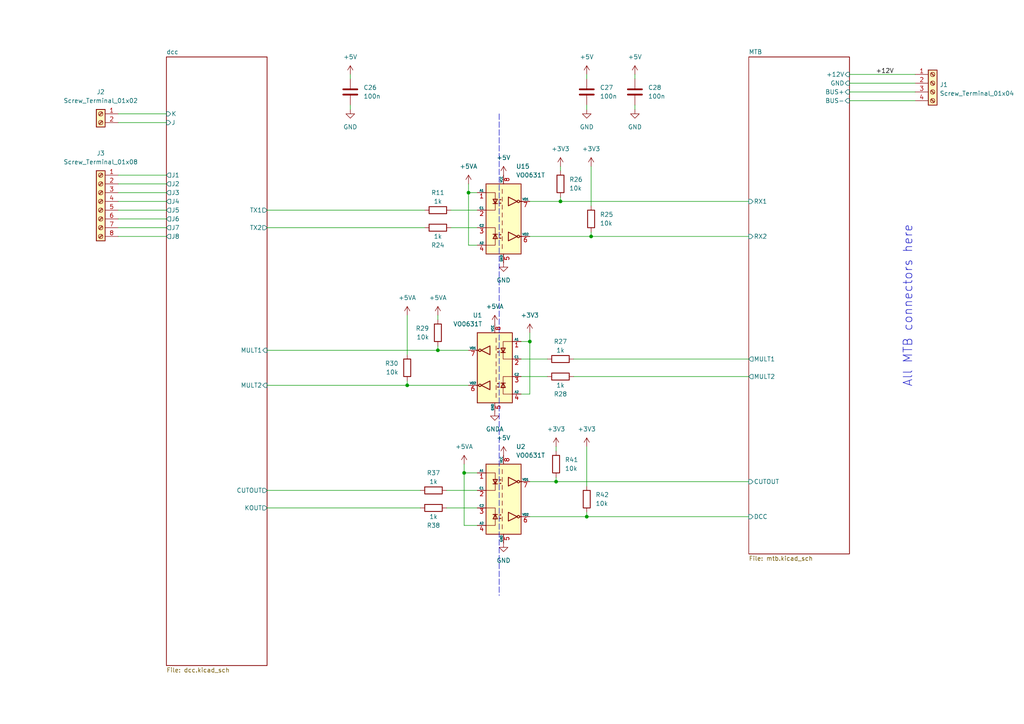
<source format=kicad_sch>
(kicad_sch (version 20230121) (generator eeschema)
  (paper "A4")
  (lib_symbols
    (symbol "Connector:Screw_Terminal_01x02" (pin_names (offset 1.016) hide)
      (property "Reference" "J" (at 0 2.54 0))
      (property "Value" "Screw_Terminal_01x02" (at 0 -5.08 0))
      (symbol "Screw_Terminal_01x02_1_1"
        (rectangle (start -1.27 1.27) (end 1.27 -3.81) (stroke (width 0.254)) (fill (type background)))
        (circle (center 0 -2.54) (radius 0.635) (stroke (width 0.1524)))
        (polyline (pts (xy -0.5334 -2.2098) (xy 0.3302 -3.048)) (stroke (width 0.1524)))
        (polyline (pts (xy -0.5334 0.3302) (xy 0.3302 -0.508)) (stroke (width 0.1524)))
        (polyline (pts (xy -0.3556 -2.032) (xy 0.508 -2.8702)) (stroke (width 0.1524)))
        (polyline (pts (xy -0.3556 0.508) (xy 0.508 -0.3302)) (stroke (width 0.1524)))
        (circle (center 0 0) (radius 0.635) (stroke (width 0.1524)))
        (pin passive line (at -5.08 0 0) (length 3.81) (name "Pin_1") (number "1"))
        (pin passive line (at -5.08 -2.54 0) (length 3.81) (name "Pin_2") (number "2"))
      )
    )
    (symbol "Connector:Screw_Terminal_01x04" (pin_names (offset 1.016) hide)
      (property "Reference" "J" (at 0 5.08 0))
      (property "Value" "Screw_Terminal_01x04" (at 0 -7.62 0))
      (symbol "Screw_Terminal_01x04_1_1"
        (rectangle (start -1.27 3.81) (end 1.27 -6.35) (stroke (width 0.254)) (fill (type background)))
        (circle (center 0 -5.08) (radius 0.635) (stroke (width 0.1524)))
        (circle (center 0 -2.54) (radius 0.635) (stroke (width 0.1524)))
        (polyline (pts (xy -0.5334 -4.7498) (xy 0.3302 -5.588)) (stroke (width 0.1524)))
        (polyline (pts (xy -0.5334 -2.2098) (xy 0.3302 -3.048)) (stroke (width 0.1524)))
        (polyline (pts (xy -0.5334 0.3302) (xy 0.3302 -0.508)) (stroke (width 0.1524)))
        (polyline (pts (xy -0.5334 2.8702) (xy 0.3302 2.032)) (stroke (width 0.1524)))
        (polyline (pts (xy -0.3556 -4.572) (xy 0.508 -5.4102)) (stroke (width 0.1524)))
        (polyline (pts (xy -0.3556 -2.032) (xy 0.508 -2.8702)) (stroke (width 0.1524)))
        (polyline (pts (xy -0.3556 0.508) (xy 0.508 -0.3302)) (stroke (width 0.1524)))
        (polyline (pts (xy -0.3556 3.048) (xy 0.508 2.2098)) (stroke (width 0.1524)))
        (circle (center 0 0) (radius 0.635) (stroke (width 0.1524)))
        (circle (center 0 2.54) (radius 0.635) (stroke (width 0.1524)))
        (pin passive line (at -5.08 2.54 0) (length 3.81) (name "Pin_1") (number "1"))
        (pin passive line (at -5.08 0 0) (length 3.81) (name "Pin_2") (number "2"))
        (pin passive line (at -5.08 -2.54 0) (length 3.81) (name "Pin_3") (number "3"))
        (pin passive line (at -5.08 -5.08 0) (length 3.81) (name "Pin_4") (number "4"))
      )
    )
    (symbol "Connector:Screw_Terminal_01x08" (pin_names (offset 1.016) hide)
      (property "Reference" "J" (at 0 10.16 0))
      (property "Value" "Screw_Terminal_01x08" (at 0 -12.7 0))
      (symbol "Screw_Terminal_01x08_1_1"
        (rectangle (start -1.27 8.89) (end 1.27 -11.43) (stroke (width 0.254)) (fill (type background)))
        (circle (center 0 -10.16) (radius 0.635) (stroke (width 0.1524)))
        (circle (center 0 -7.62) (radius 0.635) (stroke (width 0.1524)))
        (circle (center 0 -5.08) (radius 0.635) (stroke (width 0.1524)))
        (circle (center 0 -2.54) (radius 0.635) (stroke (width 0.1524)))
        (polyline (pts (xy -0.5334 -9.8298) (xy 0.3302 -10.668)) (stroke (width 0.1524)))
        (polyline (pts (xy -0.5334 -7.2898) (xy 0.3302 -8.128)) (stroke (width 0.1524)))
        (polyline (pts (xy -0.5334 -4.7498) (xy 0.3302 -5.588)) (stroke (width 0.1524)))
        (polyline (pts (xy -0.5334 -2.2098) (xy 0.3302 -3.048)) (stroke (width 0.1524)))
        (polyline (pts (xy -0.5334 0.3302) (xy 0.3302 -0.508)) (stroke (width 0.1524)))
        (polyline (pts (xy -0.5334 2.8702) (xy 0.3302 2.032)) (stroke (width 0.1524)))
        (polyline (pts (xy -0.5334 5.4102) (xy 0.3302 4.572)) (stroke (width 0.1524)))
        (polyline (pts (xy -0.5334 7.9502) (xy 0.3302 7.112)) (stroke (width 0.1524)))
        (polyline (pts (xy -0.3556 -9.652) (xy 0.508 -10.4902)) (stroke (width 0.1524)))
        (polyline (pts (xy -0.3556 -7.112) (xy 0.508 -7.9502)) (stroke (width 0.1524)))
        (polyline (pts (xy -0.3556 -4.572) (xy 0.508 -5.4102)) (stroke (width 0.1524)))
        (polyline (pts (xy -0.3556 -2.032) (xy 0.508 -2.8702)) (stroke (width 0.1524)))
        (polyline (pts (xy -0.3556 0.508) (xy 0.508 -0.3302)) (stroke (width 0.1524)))
        (polyline (pts (xy -0.3556 3.048) (xy 0.508 2.2098)) (stroke (width 0.1524)))
        (polyline (pts (xy -0.3556 5.588) (xy 0.508 4.7498)) (stroke (width 0.1524)))
        (polyline (pts (xy -0.3556 8.128) (xy 0.508 7.2898)) (stroke (width 0.1524)))
        (circle (center 0 0) (radius 0.635) (stroke (width 0.1524)))
        (circle (center 0 2.54) (radius 0.635) (stroke (width 0.1524)))
        (circle (center 0 5.08) (radius 0.635) (stroke (width 0.1524)))
        (circle (center 0 7.62) (radius 0.635) (stroke (width 0.1524)))
        (pin passive line (at -5.08 7.62 0) (length 3.81) (name "Pin_1") (number "1"))
        (pin passive line (at -5.08 5.08 0) (length 3.81) (name "Pin_2") (number "2"))
        (pin passive line (at -5.08 2.54 0) (length 3.81) (name "Pin_3") (number "3"))
        (pin passive line (at -5.08 0 0) (length 3.81) (name "Pin_4") (number "4"))
        (pin passive line (at -5.08 -2.54 0) (length 3.81) (name "Pin_5") (number "5"))
        (pin passive line (at -5.08 -5.08 0) (length 3.81) (name "Pin_6") (number "6"))
        (pin passive line (at -5.08 -7.62 0) (length 3.81) (name "Pin_7") (number "7"))
        (pin passive line (at -5.08 -10.16 0) (length 3.81) (name "Pin_8") (number "8"))
      )
    )
    (symbol "Device:C" (pin_numbers hide) (pin_names (offset 0.254))
      (property "Reference" "C" (at 0.635 2.54 0))
      (property "Value" "C" (at 0.635 -2.54 0))
      (symbol "C_0_1"
        (polyline (pts (xy -2.032 -0.762) (xy 2.032 -0.762)) (stroke (width 0.508)))
        (polyline (pts (xy -2.032 0.762) (xy 2.032 0.762)) (stroke (width 0.508)))
      )
      (symbol "C_1_1"
        (pin passive line (at 0 3.81 270) (length 2.794) (name "~") (number "1"))
        (pin passive line (at 0 -3.81 90) (length 2.794) (name "~") (number "2"))
      )
    )
    (symbol "Device:R" (pin_numbers hide) (pin_names (offset 0))
      (property "Reference" "R" (at 2.032 0 90))
      (property "Value" "R" (at 0 0 90))
      (symbol "R_0_1"
        (rectangle (start -1.016 -2.54) (end 1.016 2.54) (stroke (width 0.254)))
      )
      (symbol "R_1_1"
        (pin passive line (at 0 3.81 270) (length 1.27) (name "~") (number "1"))
        (pin passive line (at 0 -3.81 90) (length 1.27) (name "~") (number "2"))
      )
    )
    (symbol "Isolator:VO0631T" (pin_names (offset 0))
      (property "Reference" "U" (at -4.064 11.43 0))
      (property "Value" "VO0631T" (at 7.874 11.43 0))
      (symbol "VO0631T_0_1"
        (rectangle (start -5.08 10.16) (end 5.08 -10.16) (stroke (width 0.254)) (fill (type background)))
      )
      (symbol "VO0631T_1_1"
        (polyline (pts (xy -3.048 -4.445) (xy -1.778 -4.445)) (stroke (width 0.254)))
        (polyline (pts (xy -3.048 4.445) (xy -1.778 4.445)) (stroke (width 0.254)))
        (polyline (pts (xy -0.381 -7.366) (xy -0.381 -8.636)))
        (polyline (pts (xy -0.381 -5.08) (xy -0.381 -6.35)))
        (polyline (pts (xy -0.381 -2.794) (xy -0.381 -4.064)))
        (polyline (pts (xy -0.381 -0.508) (xy -0.381 -1.778)))
        (polyline (pts (xy -0.381 1.778) (xy -0.381 0.508)))
        (polyline (pts (xy -0.381 4.064) (xy -0.381 2.794)))
        (polyline (pts (xy -0.381 6.35) (xy -0.381 5.08)))
        (polyline (pts (xy -0.381 8.636) (xy -0.381 7.366)))
        (polyline (pts (xy 4.699 -5.08) (xy 5.207 -5.08)) (stroke (width 0.254)))
        (polyline (pts (xy 4.699 5.08) (xy 5.334 5.08)) (stroke (width 0.254)))
        (polyline (pts (xy -4.953 -7.62) (xy -2.413 -7.62) (xy -2.413 -5.715)))
        (polyline (pts (xy -4.953 7.62) (xy -2.413 7.62) (xy -2.413 4.318)))
        (polyline (pts (xy -2.413 -5.842) (xy -2.413 -2.54) (xy -4.953 -2.54)))
        (polyline (pts (xy -2.413 4.445) (xy -2.413 2.54) (xy -4.953 2.54)))
        (polyline (pts (xy -2.413 -4.445) (xy -3.048 -5.715) (xy -1.778 -5.715) (xy -2.413 -4.445)) (stroke (width 0.254)))
        (polyline (pts (xy -2.413 4.445) (xy -3.048 5.715) (xy -1.778 5.715) (xy -2.413 4.445)) (stroke (width 0.254)))
        (polyline (pts (xy 3.937 -5.08) (xy 1.397 -3.81) (xy 1.397 -6.35) (xy 3.937 -5.08)) (stroke (width 0.254)))
        (polyline (pts (xy 3.937 5.08) (xy 1.397 6.35) (xy 1.397 3.81) (xy 3.937 5.08)) (stroke (width 0.254)))
        (polyline (pts (xy -1.397 -5.588) (xy -0.635 -5.588) (xy -1.016 -5.715) (xy -1.016 -5.461) (xy -0.635 -5.588)) (stroke (width 0.127)))
        (polyline (pts (xy -1.397 -4.572) (xy -0.635 -4.572) (xy -1.016 -4.699) (xy -1.016 -4.445) (xy -0.635 -4.572)) (stroke (width 0.127)))
        (polyline (pts (xy -1.397 4.572) (xy -0.635 4.572) (xy -1.016 4.445) (xy -1.016 4.699) (xy -0.635 4.572)) (stroke (width 0.127)))
        (polyline (pts (xy -1.397 5.588) (xy -0.635 5.588) (xy -1.016 5.461) (xy -1.016 5.715) (xy -0.635 5.588)) (stroke (width 0.127)))
        (circle (center 4.318 -5.08) (radius 0.3556) (stroke (width 0.254)))
        (circle (center 4.318 5.08) (radius 0.3556) (stroke (width 0.254)))
        (pin passive line (at -7.62 7.62 0) (length 2.54) (name "A1") (number "1"))
        (pin passive line (at -7.62 2.54 0) (length 2.54) (name "C1") (number "2"))
        (pin passive line (at -7.62 -2.54 0) (length 2.54) (name "C2") (number "3"))
        (pin passive line (at -7.62 -7.62 0) (length 2.54) (name "A2") (number "4"))
        (pin power_in line (at 0 -12.7 90) (length 2.54) (name "GND") (number "5"))
        (pin open_collector line (at 7.62 -5.08 180) (length 2.54) (name "VO2") (number "6"))
        (pin open_collector line (at 7.62 5.08 180) (length 2.54) (name "VO1") (number "7"))
        (pin power_in line (at 0 12.7 270) (length 2.54) (name "VCC") (number "8"))
      )
    )
    (symbol "power:+3V3" (power) (pin_names (offset 0))
      (property "Value" "+3V3" (at 0 3.556 0))
      (symbol "+3V3_0_1"
        (polyline (pts (xy -0.762 1.27) (xy 0 2.54)))
        (polyline (pts (xy 0 0) (xy 0 2.54)))
        (polyline (pts (xy 0 2.54) (xy 0.762 1.27)))
      )
      (symbol "+3V3_1_1"
        (pin power_in line (at 0 0 90) (length 0) hide (name "+3V3") (number "1"))
      )
    )
    (symbol "power:+5V" (power) (pin_names (offset 0))
      (property "Value" "+5V" (at 0 3.556 0))
      (symbol "+5V_0_1"
        (polyline (pts (xy -0.762 1.27) (xy 0 2.54)))
        (polyline (pts (xy 0 0) (xy 0 2.54)))
        (polyline (pts (xy 0 2.54) (xy 0.762 1.27)))
      )
      (symbol "+5V_1_1"
        (pin power_in line (at 0 0 90) (length 0) hide (name "+5V") (number "1"))
      )
    )
    (symbol "power:+5VA" (power) (pin_names (offset 0))
      (property "Value" "+5VA" (at 0 3.556 0))
      (symbol "+5VA_0_1"
        (polyline (pts (xy -0.762 1.27) (xy 0 2.54)))
        (polyline (pts (xy 0 0) (xy 0 2.54)))
        (polyline (pts (xy 0 2.54) (xy 0.762 1.27)))
      )
      (symbol "+5VA_1_1"
        (pin power_in line (at 0 0 90) (length 0) hide (name "+5VA") (number "1"))
      )
    )
    (symbol "power:GND" (power) (pin_names (offset 0))
      (property "Value" "GND" (at 0 -3.81 0))
      (symbol "GND_0_1"
        (polyline (pts (xy 0 0) (xy 0 -1.27) (xy 1.27 -1.27) (xy 0 -2.54) (xy -1.27 -1.27) (xy 0 -1.27)))
      )
      (symbol "GND_1_1"
        (pin power_in line (at 0 0 270) (length 0) hide (name "GND") (number "1"))
      )
    )
    (symbol "power:GNDA" (power) (pin_names (offset 0))
      (property "Value" "GNDA" (at 0 -3.81 0))
      (symbol "GNDA_0_1"
        (polyline (pts (xy 0 0) (xy 0 -1.27) (xy 1.27 -1.27) (xy 0 -2.54) (xy -1.27 -1.27) (xy 0 -1.27)))
      )
      (symbol "GNDA_1_1"
        (pin power_in line (at 0 0 270) (length 0) hide (name "GNDA") (number "1"))
      )
    )
  )
  (junction (at 118.11 111.76))
  (junction (at 170.18 149.86))
  (junction (at 161.29 139.7))
  (junction (at 127 101.6))
  (junction (at 171.45 68.58))
  (junction (at 153.67 99.06))
  (junction (at 134.62 137.16))
  (junction (at 162.56 58.42))
  (junction (at 135.89 55.88))
  (wire (pts (xy 246.38 24.13) (xy 265.43 24.13)))
  (wire (pts (xy 77.47 101.6) (xy 127 101.6)))
  (wire (pts (xy 101.6 31.75) (xy 101.6 30.48)))
  (wire (pts (xy 134.62 137.16) (xy 134.62 134.62)))
  (wire (pts (xy 130.81 66.04) (xy 138.43 66.04)))
  (wire (pts (xy 161.29 139.7) (xy 217.17 139.7)))
  (wire (pts (xy 161.29 129.54) (xy 161.29 130.81)))
  (wire (pts (xy 246.38 26.67) (xy 265.43 26.67)))
  (wire (pts (xy 171.45 68.58) (xy 217.17 68.58)))
  (wire (pts (xy 158.75 109.22) (xy 151.13 109.22)))
  (wire (pts (xy 135.89 55.88) (xy 135.89 53.34)))
  (wire (pts (xy 170.18 148.59) (xy 170.18 149.86)))
  (wire (pts (xy 77.47 142.24) (xy 121.92 142.24)))
  (wire (pts (xy 184.15 21.59) (xy 184.15 22.86)))
  (wire (pts (xy 34.29 55.88) (xy 48.26 55.88)))
  (wire (pts (xy 171.45 67.31) (xy 171.45 68.58)))
  (wire (pts (xy 129.54 147.32) (xy 138.43 147.32)))
  (polyline (pts (xy 144.78 33.02) (xy 144.78 172.72)) (stroke (width 0) (type dash)))
  (wire (pts (xy 118.11 110.49) (xy 118.11 111.76)))
  (wire (pts (xy 129.54 142.24) (xy 138.43 142.24)))
  (wire (pts (xy 34.29 50.8) (xy 48.26 50.8)))
  (wire (pts (xy 151.13 99.06) (xy 153.67 99.06)))
  (wire (pts (xy 171.45 48.26) (xy 171.45 59.69)))
  (wire (pts (xy 170.18 129.54) (xy 170.18 140.97)))
  (wire (pts (xy 138.43 55.88) (xy 135.89 55.88)))
  (wire (pts (xy 127 100.33) (xy 127 101.6)))
  (wire (pts (xy 77.47 66.04) (xy 123.19 66.04)))
  (wire (pts (xy 77.47 147.32) (xy 121.92 147.32)))
  (wire (pts (xy 130.81 60.96) (xy 138.43 60.96)))
  (wire (pts (xy 153.67 58.42) (xy 162.56 58.42)))
  (wire (pts (xy 162.56 58.42) (xy 217.17 58.42)))
  (wire (pts (xy 153.67 114.3) (xy 151.13 114.3)))
  (wire (pts (xy 101.6 21.59) (xy 101.6 22.86)))
  (wire (pts (xy 138.43 137.16) (xy 134.62 137.16)))
  (wire (pts (xy 34.29 58.42) (xy 48.26 58.42)))
  (wire (pts (xy 153.67 68.58) (xy 171.45 68.58)))
  (wire (pts (xy 118.11 91.44) (xy 118.11 102.87)))
  (wire (pts (xy 135.89 71.12) (xy 138.43 71.12)))
  (wire (pts (xy 162.56 48.26) (xy 162.56 49.53)))
  (wire (pts (xy 34.29 66.04) (xy 48.26 66.04)))
  (wire (pts (xy 118.11 111.76) (xy 135.89 111.76)))
  (wire (pts (xy 170.18 21.59) (xy 170.18 22.86)))
  (wire (pts (xy 246.38 29.21) (xy 265.43 29.21)))
  (wire (pts (xy 34.29 53.34) (xy 48.26 53.34)))
  (wire (pts (xy 153.67 99.06) (xy 153.67 114.3)))
  (wire (pts (xy 77.47 111.76) (xy 118.11 111.76)))
  (wire (pts (xy 246.38 21.59) (xy 265.43 21.59)))
  (wire (pts (xy 34.29 35.56) (xy 48.26 35.56)))
  (wire (pts (xy 34.29 60.96) (xy 48.26 60.96)))
  (wire (pts (xy 162.56 57.15) (xy 162.56 58.42)))
  (wire (pts (xy 161.29 138.43) (xy 161.29 139.7)))
  (wire (pts (xy 134.62 152.4) (xy 138.43 152.4)))
  (wire (pts (xy 127 91.44) (xy 127 92.71)))
  (wire (pts (xy 34.29 63.5) (xy 48.26 63.5)))
  (wire (pts (xy 134.62 137.16) (xy 134.62 152.4)))
  (wire (pts (xy 170.18 31.75) (xy 170.18 30.48)))
  (wire (pts (xy 153.67 99.06) (xy 153.67 96.52)))
  (wire (pts (xy 135.89 55.88) (xy 135.89 71.12)))
  (wire (pts (xy 166.37 109.22) (xy 217.17 109.22)))
  (wire (pts (xy 34.29 33.02) (xy 48.26 33.02)))
  (wire (pts (xy 170.18 149.86) (xy 217.17 149.86)))
  (wire (pts (xy 77.47 60.96) (xy 123.19 60.96)))
  (wire (pts (xy 158.75 104.14) (xy 151.13 104.14)))
  (wire (pts (xy 34.29 68.58) (xy 48.26 68.58)))
  (wire (pts (xy 127 101.6) (xy 135.89 101.6)))
  (wire (pts (xy 166.37 104.14) (xy 217.17 104.14)))
  (wire (pts (xy 153.67 139.7) (xy 161.29 139.7)))
  (wire (pts (xy 184.15 31.75) (xy 184.15 30.48)))
  (wire (pts (xy 153.67 149.86) (xy 170.18 149.86)))
  (text "All MTB connectors here" (at 264.795 112.395 90) (effects (font (size 2.54 2.54)) (justify left bottom)))
  (label "+12V" (at 254 21.59 0))
  (symbol (lib_id "Device:R") (at 162.56 104.14 270) (mirror x) (unit 1)
    (property "Reference" "R27" (at 162.56 99.06 90))
    (property "Value" "1k" (at 162.56 101.6 90))
  )
  (symbol (lib_id "Isolator:VO0631T") (at 146.05 63.5 0) (unit 1)
    (property "Reference" "U15" (at 149.6761 48.26 0) (effects (justify left)))
    (property "Value" "VO0631T" (at 149.6761 50.8 0) (effects (justify left)))
    (property "Footprint" "Package_SO:SOIC-8_3.9x4.9mm_P1.27mm" (effects hide))
    (property "Datasheet" "http://www.vishay.com/doc?84607" (effects hide))
  )
  (symbol (lib_id "power:+5VA") (at 135.89 53.34 0) (unit 1)
    (property "Reference" "#PWR034" (effects hide))
    (property "Value" "+5VA" (at 135.89 48.26 0))
  )
  (symbol (lib_id "Device:C") (at 184.15 26.67 0) (unit 1)
    (property "Reference" "C28" (at 187.96 25.4 0) (effects (justify left)))
    (property "Value" "100n" (at 187.96 27.94 0) (effects (justify left)))
  )
  (symbol (lib_id "Isolator:VO0631T") (at 143.51 106.68 0) (mirror y) (unit 1)
    (property "Reference" "U1" (at 139.8839 91.44 0) (effects (justify left)))
    (property "Value" "VO0631T" (at 139.8839 93.98 0) (effects (justify left)))
    (property "Footprint" "Package_SO:SOIC-8_3.9x4.9mm_P1.27mm" (effects hide))
    (property "Datasheet" "http://www.vishay.com/doc?84607" (effects hide))
  )
  (symbol (lib_id "power:+5VA") (at 127 91.44 0) (unit 1)
    (property "Reference" "#PWR049" (effects hide))
    (property "Value" "+5VA" (at 127 86.36 0))
  )
  (symbol (lib_id "Connector:Screw_Terminal_01x08") (at 29.21 58.42 0) (mirror y) (unit 1)
    (property "Reference" "J3" (at 29.21 44.45 0))
    (property "Value" "Screw_Terminal_01x08" (at 29.21 46.99 0))
  )
  (symbol (lib_id "Connector:Screw_Terminal_01x02") (at 29.21 33.02 0) (mirror y) (unit 1)
    (property "Reference" "J2" (at 29.21 26.67 0))
    (property "Value" "Screw_Terminal_01x02" (at 29.21 29.21 0))
  )
  (symbol (lib_id "power:GND") (at 101.6 31.75 0) (unit 1)
    (property "Reference" "#PWR059" (effects hide))
    (property "Value" "GND" (at 101.6 36.83 0))
  )
  (symbol (lib_id "Device:R") (at 127 96.52 0) (mirror y) (unit 1)
    (property "Reference" "R29" (at 124.46 95.25 0) (effects (justify left)))
    (property "Value" "10k" (at 124.46 97.79 0) (effects (justify left)))
  )
  (symbol (lib_id "power:+3V3") (at 162.56 48.26 0) (unit 1)
    (property "Reference" "#PWR037" (effects hide))
    (property "Value" "+3V3" (at 162.56 43.18 0))
  )
  (symbol (lib_id "Device:R") (at 171.45 63.5 0) (unit 1)
    (property "Reference" "R25" (at 173.99 62.23 0) (effects (justify left)))
    (property "Value" "10k" (at 173.99 64.77 0) (effects (justify left)))
  )
  (symbol (lib_id "power:GND") (at 146.05 157.48 0) (unit 1)
    (property "Reference" "#PWR051" (effects hide))
    (property "Value" "GND" (at 146.05 162.56 0))
  )
  (symbol (lib_id "Device:C") (at 101.6 26.67 0) (unit 1)
    (property "Reference" "C26" (at 105.41 25.4 0) (effects (justify left)))
    (property "Value" "100n" (at 105.41 27.94 0) (effects (justify left)))
  )
  (symbol (lib_id "Device:R") (at 118.11 106.68 0) (mirror y) (unit 1)
    (property "Reference" "R30" (at 115.57 105.41 0) (effects (justify left)))
    (property "Value" "10k" (at 115.57 107.95 0) (effects (justify left)))
  )
  (symbol (lib_id "Device:R") (at 127 66.04 90) (unit 1)
    (property "Reference" "R24" (at 127 71.12 90))
    (property "Value" "1k" (at 127 68.58 90))
  )
  (symbol (lib_id "Isolator:VO0631T") (at 146.05 144.78 0) (unit 1)
    (property "Reference" "U2" (at 149.6761 129.54 0) (effects (justify left)))
    (property "Value" "VO0631T" (at 149.6761 132.08 0) (effects (justify left)))
    (property "Footprint" "Package_SO:SOIC-8_3.9x4.9mm_P1.27mm" (effects hide))
    (property "Datasheet" "http://www.vishay.com/doc?84607" (effects hide))
  )
  (symbol (lib_id "power:+5V") (at 184.15 21.59 0) (unit 1)
    (property "Reference" "#PWR056" (effects hide))
    (property "Value" "+5V" (at 184.15 16.51 0))
  )
  (symbol (lib_id "Connector:Screw_Terminal_01x04") (at 270.51 24.13 0) (unit 1)
    (property "Reference" "J1" (at 272.542 24.5653 0) (effects (justify left)))
    (property "Value" "Screw_Terminal_01x04" (at 272.542 27.1022 0) (effects (justify left)))
  )
  (symbol (lib_id "power:+3V3") (at 153.67 96.52 0) (unit 1)
    (property "Reference" "#PWR054" (effects hide))
    (property "Value" "+3V3" (at 153.67 91.44 0))
  )
  (symbol (lib_id "Device:R") (at 162.56 53.34 0) (unit 1)
    (property "Reference" "R26" (at 165.1 52.07 0) (effects (justify left)))
    (property "Value" "10k" (at 165.1 54.61 0) (effects (justify left)))
  )
  (symbol (lib_id "power:GND") (at 184.15 31.75 0) (unit 1)
    (property "Reference" "#PWR058" (effects hide))
    (property "Value" "GND" (at 184.15 36.83 0))
  )
  (symbol (lib_id "Device:R") (at 125.73 147.32 90) (unit 1)
    (property "Reference" "R38" (at 125.73 152.4 90))
    (property "Value" "1k" (at 125.73 149.86 90))
  )
  (symbol (lib_id "power:+5VA") (at 143.51 93.98 0) (unit 1)
    (property "Reference" "#PWR039" (effects hide))
    (property "Value" "+5VA" (at 143.51 88.9 0))
  )
  (symbol (lib_id "power:+5V") (at 146.05 50.8 0) (unit 1)
    (property "Reference" "#PWR036" (effects hide))
    (property "Value" "+5V" (at 146.05 45.72 0))
  )
  (symbol (lib_id "Device:C") (at 170.18 26.67 0) (unit 1)
    (property "Reference" "C27" (at 173.99 25.4 0) (effects (justify left)))
    (property "Value" "100n" (at 173.99 27.94 0) (effects (justify left)))
  )
  (symbol (lib_id "Device:R") (at 125.73 142.24 90) (unit 1)
    (property "Reference" "R37" (at 125.73 137.16 90))
    (property "Value" "1k" (at 125.73 139.7 90))
  )
  (symbol (lib_id "power:GNDA") (at 143.51 119.38 0) (unit 1)
    (property "Reference" "#PWR040" (effects hide))
    (property "Value" "GNDA" (at 143.51 124.46 0))
  )
  (symbol (lib_id "power:+3V3") (at 170.18 129.54 0) (unit 1)
    (property "Reference" "#PWR053" (effects hide))
    (property "Value" "+3V3" (at 170.18 124.46 0))
  )
  (symbol (lib_id "power:+3V3") (at 171.45 48.26 0) (unit 1)
    (property "Reference" "#PWR038" (effects hide))
    (property "Value" "+3V3" (at 171.45 43.18 0))
  )
  (symbol (lib_id "Device:R") (at 161.29 134.62 0) (unit 1)
    (property "Reference" "R41" (at 163.83 133.35 0) (effects (justify left)))
    (property "Value" "10k" (at 163.83 135.89 0) (effects (justify left)))
  )
  (symbol (lib_id "power:GND") (at 146.05 76.2 0) (unit 1)
    (property "Reference" "#PWR035" (effects hide))
    (property "Value" "GND" (at 146.05 81.28 0))
  )
  (symbol (lib_id "power:+5V") (at 101.6 21.59 0) (unit 1)
    (property "Reference" "#PWR060" (effects hide))
    (property "Value" "+5V" (at 101.6 16.51 0))
  )
  (symbol (lib_id "Device:R") (at 127 60.96 90) (unit 1)
    (property "Reference" "R11" (at 127 55.88 90))
    (property "Value" "1k" (at 127 58.42 90))
  )
  (symbol (lib_id "power:+5V") (at 146.05 132.08 0) (unit 1)
    (property "Reference" "#PWR050" (effects hide))
    (property "Value" "+5V" (at 146.05 127 0))
  )
  (symbol (lib_id "power:+5VA") (at 134.62 134.62 0) (unit 1)
    (property "Reference" "#PWR047" (effects hide))
    (property "Value" "+5VA" (at 134.62 129.54 0))
  )
  (symbol (lib_id "Device:R") (at 170.18 144.78 0) (unit 1)
    (property "Reference" "R42" (at 172.72 143.51 0) (effects (justify left)))
    (property "Value" "10k" (at 172.72 146.05 0) (effects (justify left)))
  )
  (symbol (lib_id "Device:R") (at 162.56 109.22 270) (mirror x) (unit 1)
    (property "Reference" "R28" (at 162.56 114.3 90))
    (property "Value" "1k" (at 162.56 111.76 90))
  )
  (symbol (lib_id "power:GND") (at 170.18 31.75 0) (unit 1)
    (property "Reference" "#PWR057" (effects hide))
    (property "Value" "GND" (at 170.18 36.83 0))
  )
  (symbol (lib_id "power:+3V3") (at 161.29 129.54 0) (unit 1)
    (property "Reference" "#PWR052" (effects hide))
    (property "Value" "+3V3" (at 161.29 124.46 0))
  )
  (symbol (lib_id "power:+5V") (at 170.18 21.59 0) (unit 1)
    (property "Reference" "#PWR055" (effects hide))
    (property "Value" "+5V" (at 170.18 16.51 0))
  )
  (symbol (lib_id "power:+5VA") (at 118.11 91.44 0) (unit 1)
    (property "Reference" "#PWR048" (effects hide))
    (property "Value" "+5VA" (at 118.11 86.36 0))
  )
  (sheet (at 217.17 16.51) (size 29.21 144.145) (stroke (width 0.1524))
    (property "Sheetname" "MTB" (at 217.17 15.7984 0) (effects (justify left bottom)))
    (property "Sheetfile" "mtb.kicad_sch" (at 217.17 161.2396 0) (effects (justify left top)))
    (pin "+12V" input (at 246.38 21.59 0))
    (pin "GND" input (at 246.38 24.13 0))
    (pin "BUS+" input (at 246.38 26.67 0))
    (pin "BUS-" input (at 246.38 29.21 0))
    (pin "RX1" input (at 217.17 58.42 180))
    (pin "RX2" input (at 217.17 68.58 180))
    (pin "DCC" input (at 217.17 149.86 180))
    (pin "MULT1" output (at 217.17 104.14 180))
    (pin "MULT2" output (at 217.17 109.22 180))
    (pin "CUTOUT" input (at 217.17 139.7 180))
  )
  (sheet (at 48.26 16.51) (size 29.21 176.53) (stroke (width 0.1524))
    (property "Sheetname" "dcc" (at 48.26 15.7984 0) (effects (justify left bottom)))
    (property "Sheetfile" "dcc.kicad_sch" (at 48.26 193.6246 0) (effects (justify left top)))
    (pin "TX1" output (at 77.47 60.96 0))
    (pin "TX2" output (at 77.47 66.04 0))
    (pin "K" input (at 48.26 33.02 180))
    (pin "J" input (at 48.26 35.56 180))
    (pin "J1" output (at 48.26 50.8 180))
    (pin "J2" output (at 48.26 53.34 180))
    (pin "J4" output (at 48.26 58.42 180))
    (pin "J3" output (at 48.26 55.88 180))
    (pin "J8" output (at 48.26 68.58 180))
    (pin "J7" output (at 48.26 66.04 180))
    (pin "CUTOUT" output (at 77.47 142.24 0))
    (pin "KOUT" output (at 77.47 147.32 0))
    (pin "MULT1" input (at 77.47 101.6 0))
    (pin "MULT2" input (at 77.47 111.76 0))
    (pin "J5" output (at 48.26 60.96 180))
    (pin "J6" output (at 48.26 63.5 180))
  )
)
</source>
